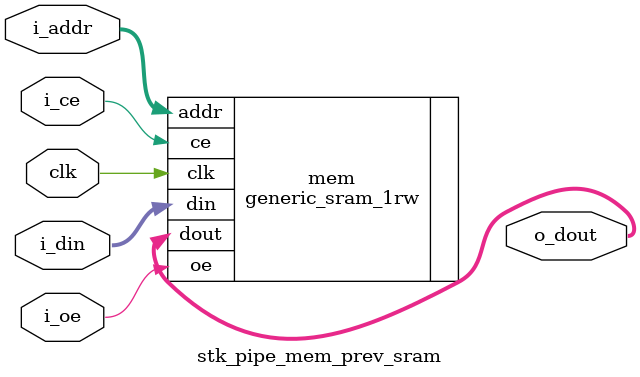
<source format=sv>

module stk_pipe_mem_prev_sram (
// -------------------------------------------------------------------------- //
//
  input wire logic [9:0]                             i_addr
, input wire logic [9:0]                             i_din
, input wire logic                                   i_ce
, input wire logic                                   i_oe
//
, output wire logic [9:0]                            o_dout

// -------------------------------------------------------------------------- //
//
, input wire logic                                   clk
);

// -------------------------------------------------------------------------- //
//
generic_sram_1rw #(.W(10), .N(1024)) mem (
//
  .addr                       (i_addr)
, .din                        (i_din)
, .ce                         (i_ce)
, .oe                         (i_oe)
, .dout                       (o_dout)
//
, .clk                        (clk)
);

endmodule : stk_pipe_mem_prev_sram

</source>
